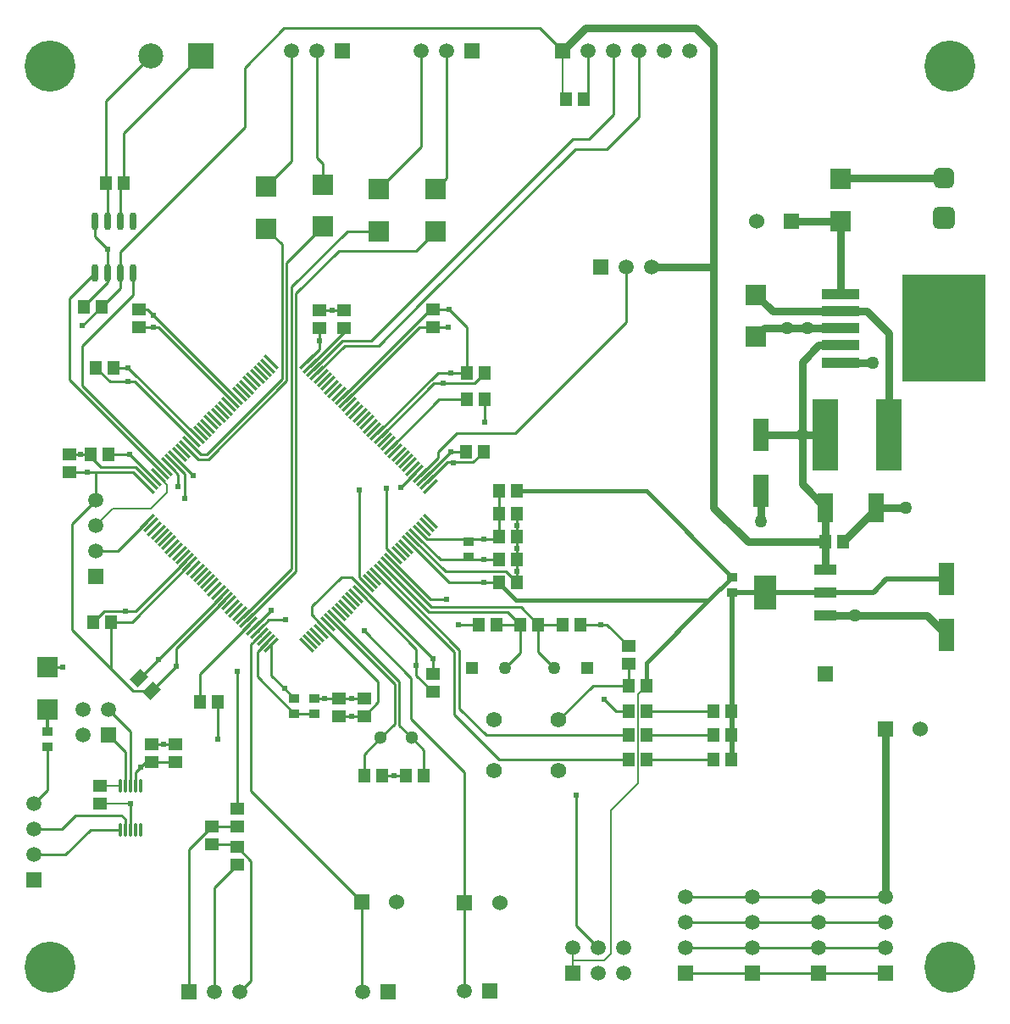
<source format=gtl>
G04*
G04 #@! TF.GenerationSoftware,Altium Limited,Altium Designer,18.1.9 (240)*
G04*
G04 Layer_Physical_Order=1*
G04 Layer_Color=255*
%FSLAX25Y25*%
%MOIN*%
G70*
G01*
G75*
%ADD15C,0.01000*%
%ADD16C,0.00800*%
%ADD21R,0.04567X0.05787*%
%ADD22R,0.05787X0.04567*%
%ADD23R,0.03858X0.03661*%
%ADD24O,0.02756X0.07087*%
%ADD25O,0.01102X0.05512*%
%ADD26R,0.07874X0.07874*%
G04:AMPARAMS|DCode=27|XSize=45.67mil|YSize=57.87mil|CornerRadius=0mil|HoleSize=0mil|Usage=FLASHONLY|Rotation=135.000|XOffset=0mil|YOffset=0mil|HoleType=Round|Shape=Rectangle|*
%AMROTATEDRECTD27*
4,1,4,0.03661,0.00432,-0.00432,-0.03661,-0.03661,-0.00432,0.00432,0.03661,0.03661,0.00432,0.0*
%
%ADD27ROTATEDRECTD27*%

%ADD28R,0.09843X0.28347*%
%ADD29R,0.05906X0.11811*%
%ADD30R,0.05000X0.05000*%
G04:AMPARAMS|DCode=31|XSize=10mil|YSize=70.87mil|CornerRadius=0mil|HoleSize=0mil|Usage=FLASHONLY|Rotation=225.000|XOffset=0mil|YOffset=0mil|HoleType=Round|Shape=Rectangle|*
%AMROTATEDRECTD31*
4,1,4,-0.02152,0.02859,0.02859,-0.02152,0.02152,-0.02859,-0.02859,0.02152,-0.02152,0.02859,0.0*
%
%ADD31ROTATEDRECTD31*%

G04:AMPARAMS|DCode=32|XSize=10mil|YSize=70.87mil|CornerRadius=0mil|HoleSize=0mil|Usage=FLASHONLY|Rotation=135.000|XOffset=0mil|YOffset=0mil|HoleType=Round|Shape=Rectangle|*
%AMROTATEDRECTD32*
4,1,4,0.02859,0.02152,-0.02152,-0.02859,-0.02859,-0.02152,0.02152,0.02859,0.02859,0.02152,0.0*
%
%ADD32ROTATEDRECTD32*%

%ADD33R,0.33071X0.41929*%
%ADD34R,0.14961X0.04134*%
%ADD35R,0.05906X0.12598*%
%ADD36R,0.08661X0.03937*%
%ADD37R,0.08661X0.13780*%
%ADD69C,0.03000*%
%ADD70C,0.01500*%
%ADD71C,0.02000*%
%ADD72C,0.01200*%
%ADD73R,0.05906X0.05906*%
%ADD74C,0.05906*%
%ADD75R,0.05906X0.05906*%
%ADD76C,0.06000*%
%ADD77R,0.06000X0.06000*%
%ADD78C,0.05118*%
%ADD79C,0.06200*%
%ADD80C,0.05000*%
%ADD81R,0.09843X0.09843*%
%ADD82C,0.09843*%
G04:AMPARAMS|DCode=83|XSize=86.61mil|YSize=86.61mil|CornerRadius=21.65mil|HoleSize=0mil|Usage=FLASHONLY|Rotation=90.000|XOffset=0mil|YOffset=0mil|HoleType=Round|Shape=RoundedRectangle|*
%AMROUNDEDRECTD83*
21,1,0.08661,0.04331,0,0,90.0*
21,1,0.04331,0.08661,0,0,90.0*
1,1,0.04331,0.02165,0.02165*
1,1,0.04331,0.02165,-0.02165*
1,1,0.04331,-0.02165,-0.02165*
1,1,0.04331,-0.02165,0.02165*
%
%ADD83ROUNDEDRECTD83*%
G04:AMPARAMS|DCode=84|XSize=78.74mil|YSize=78.74mil|CornerRadius=19.68mil|HoleSize=0mil|Usage=FLASHONLY|Rotation=90.000|XOffset=0mil|YOffset=0mil|HoleType=Round|Shape=RoundedRectangle|*
%AMROUNDEDRECTD84*
21,1,0.07874,0.03937,0,0,90.0*
21,1,0.03937,0.07874,0,0,90.0*
1,1,0.03937,0.01968,0.01968*
1,1,0.03937,0.01968,-0.01968*
1,1,0.03937,-0.01968,-0.01968*
1,1,0.03937,-0.01968,0.01968*
%
%ADD84ROUNDEDRECTD84*%
%ADD85C,0.02400*%
%ADD86C,0.20079*%
D15*
X162000Y117500D02*
X183000Y96500D01*
Y45000D02*
Y96500D01*
X99000Y89220D02*
X142610Y45610D01*
X142500Y10221D02*
X142720Y10000D01*
X142500Y10221D02*
Y45500D01*
X183000Y10500D02*
Y45000D01*
X99000Y89220D02*
Y146742D01*
X227000Y36000D02*
Y87500D01*
X99012Y14512D02*
Y61496D01*
X94500Y10000D02*
X99012Y14512D01*
X83500Y75000D02*
X94492D01*
X74500Y10000D02*
Y66008D01*
X83492Y75000D01*
X94000Y59492D02*
X94500Y59992D01*
X84500Y50992D02*
X93500Y59992D01*
X84500Y10000D02*
Y50992D01*
X133500Y118496D02*
X143500D01*
X93508Y67000D02*
X99012Y61496D01*
X254504Y120500D02*
X280996D01*
X280996Y120500D01*
X254504Y101500D02*
X280996D01*
X280996Y101500D01*
X254504Y111000D02*
X280996D01*
X280996Y111000D01*
X115013Y336781D02*
Y353500D01*
X115000Y353513D02*
X115013Y353500D01*
X115000Y353513D02*
Y380000D01*
X125013Y337987D02*
Y347500D01*
X125000Y347513D02*
X125013Y347500D01*
X125000Y347513D02*
Y380000D01*
X166000Y342434D02*
Y352000D01*
X166000Y352000D02*
X166000Y352000D01*
X166000Y352000D02*
Y380000D01*
X176000Y330268D02*
Y354500D01*
X176000Y354500D02*
X176000Y354500D01*
X176000Y354500D02*
Y380000D01*
X111996Y388996D02*
X212504D01*
X47500Y301000D02*
X96500Y350000D01*
Y373500D01*
X111996Y388996D01*
X47500Y292764D02*
Y301000D01*
X212504Y388996D02*
X221500Y380000D01*
X49004Y328000D02*
Y347819D01*
X79185Y378000D01*
X41996Y328000D02*
Y360496D01*
X59500Y378000D01*
X231500Y361000D02*
Y380000D01*
X203504Y189000D02*
Y198000D01*
X176132Y218306D02*
X186318D01*
X203504Y180000D02*
Y189000D01*
X35988Y220512D02*
Y221508D01*
X133500Y125504D02*
X143500D01*
X60000Y107504D02*
X69335D01*
X19000Y137768D02*
X24768D01*
X13500Y64000D02*
X26004D01*
X35842Y73839D01*
X47563D01*
X30000Y79500D02*
X48000D01*
X49531Y77969D01*
Y73839D02*
Y77969D01*
X24500Y74000D02*
X30000Y79500D01*
X13500Y74000D02*
X24500D01*
X13500Y84000D02*
X19000Y89500D01*
Y106468D01*
X225676Y345500D02*
X232000D01*
X241500Y355000D02*
Y380000D01*
X232000Y345500D02*
X241500Y355000D01*
X166306Y281326D02*
X226480Y341500D01*
X251500Y354000D02*
Y380000D01*
X239000Y341500D02*
X251500Y354000D01*
X226480Y341500D02*
X239000D01*
X123000Y158000D02*
X123064D01*
X127797Y153268D01*
X123000Y158000D02*
Y161703D01*
X134484Y173187D01*
X138500D01*
X143108Y168579D01*
X227000Y36000D02*
X235500Y27500D01*
X191004Y234004D02*
Y243000D01*
X322333Y47500D02*
X348500D01*
X49531Y91161D02*
Y104469D01*
X51500Y91161D02*
Y112500D01*
X55451Y98451D02*
X57496Y100496D01*
X53469Y96469D02*
X55451Y98451D01*
X32653Y272000D02*
X40146Y279492D01*
Y279500D01*
X59955Y128545D02*
X69504Y138093D01*
X59950Y128539D02*
X59955Y128545D01*
X69504Y138093D02*
Y145085D01*
X52461Y128539D02*
X59950D01*
X55000Y133500D02*
X55136D01*
X174500Y249306D02*
X186818D01*
X170942D02*
X174500D01*
X203504Y175557D02*
Y180000D01*
Y171114D02*
Y175557D01*
X130750Y278004D02*
X135500D01*
X126000D02*
X130750D01*
X60500Y276242D02*
X92998Y243744D01*
X58238Y278504D02*
X60500Y276242D01*
X32000Y221508D02*
X35988D01*
X27500D02*
X32000D01*
X164000Y138500D02*
Y144903D01*
Y134488D02*
Y138500D01*
X155248Y95000D02*
X159996D01*
X150500D02*
X155248D01*
X55136Y133500D02*
X62496Y140860D01*
X49500Y159694D02*
X53490D01*
X41182D02*
X49500D01*
X44004Y136996D02*
X52461Y128539D01*
X28500Y152500D02*
X44004Y136996D01*
X28500Y152500D02*
Y194000D01*
X38000Y203500D01*
X44004Y136996D02*
Y155500D01*
X143108Y168579D02*
X170500Y141187D01*
Y135004D02*
Y141187D01*
X169458Y164500D02*
X176000D01*
X50500Y250000D02*
X53335D01*
X43481D02*
X50500D01*
X170500Y278504D02*
X176996D01*
X183996Y253500D02*
Y271504D01*
X176996Y278504D02*
X183996Y271504D01*
X38000Y214500D02*
X52645D01*
X34500D02*
X38000D01*
Y203500D02*
Y214500D01*
X146176Y266000D02*
X225676Y345500D01*
X246500Y295000D02*
Y296000D01*
Y273500D02*
Y295000D01*
X162000Y117500D02*
Y133492D01*
X143492Y152000D02*
X162000Y133492D01*
X179000Y119000D02*
Y143822D01*
X181000Y121468D02*
Y144606D01*
X148676Y174147D02*
X179000Y143822D01*
X150068Y175539D02*
X181000Y144606D01*
X131973Y157443D02*
X157198Y132218D01*
X130581Y156051D02*
X155398Y131234D01*
X143492Y103595D02*
X149898Y110000D01*
X164000Y134488D02*
X170492Y127996D01*
X141716Y167187D02*
X164000Y144903D01*
X179784Y229824D02*
X202824D01*
X172500Y222540D02*
X179784Y229824D01*
X172500Y220242D02*
Y222540D01*
X202824Y229824D02*
X246500Y273500D01*
X165379Y213121D02*
X172500Y220242D01*
X196496Y198000D02*
Y207000D01*
Y189000D02*
Y198000D01*
X238000Y125000D02*
X242500Y120500D01*
X247496D01*
X191469Y111000D02*
X247496D01*
X181000Y121468D02*
X191469Y111000D01*
X239000Y154500D02*
X247496Y146004D01*
X236500Y154500D02*
X239000D01*
X247496Y130500D02*
Y138996D01*
X220000Y116969D02*
X233531Y130500D01*
X247496D01*
X143492Y95000D02*
Y103595D01*
X167004Y95000D02*
Y105098D01*
X162102Y110000D02*
X167004Y105098D01*
X155398Y115500D02*
Y131234D01*
X149898Y110000D02*
X155398Y115500D01*
X157198Y114905D02*
Y132218D01*
Y114905D02*
X162102Y110000D01*
X170492Y127996D02*
X170500D01*
X116678Y175555D02*
Y284678D01*
X97174Y156051D02*
X116678Y175555D01*
X163768Y301500D02*
X171500Y309232D01*
X133500Y301500D02*
X163768D01*
X116678Y284678D02*
X133500Y301500D01*
X114800Y176461D02*
Y287300D01*
X95782Y157443D02*
X114800Y176461D01*
Y287300D02*
X136732Y309232D01*
X149333D01*
X171500Y325768D02*
X176000Y330268D01*
X149333Y325768D02*
X166000Y342434D01*
X105000Y326768D02*
X115013Y336781D01*
X125013Y337987D02*
X127167Y335833D01*
Y327500D02*
Y335833D01*
X105000Y310232D02*
X111200Y304032D01*
Y251218D02*
Y304032D01*
X113000Y250472D02*
Y296798D01*
X127167Y310965D01*
X81490Y221508D02*
X111200Y251218D01*
X79044Y221508D02*
X81490D01*
X74903Y225648D02*
X79044Y221508D01*
X73511Y224256D02*
X78268Y219500D01*
X82028D01*
X113000Y250472D01*
X179000Y119000D02*
X196500Y101500D01*
X247496D01*
X51500Y73839D02*
Y84000D01*
X51496Y83996D02*
X51500Y84000D01*
X60000Y100496D02*
X69335D01*
X57496D02*
X60000D01*
X69335D02*
X69742D01*
X78996Y135090D02*
X98566Y154659D01*
X78996Y123988D02*
Y135090D01*
X86004Y109504D02*
Y123988D01*
X93500Y82000D02*
Y136000D01*
X83492Y75000D02*
X83500D01*
X93500Y67000D02*
X93508D01*
X92508Y67992D02*
X93500Y67000D01*
X83500Y67992D02*
X92508D01*
X94492Y75000D02*
X94500Y74992D01*
X166306Y281306D02*
Y281326D01*
X149200Y264200D02*
X166306Y281306D01*
X135726Y264200D02*
X149200D01*
X172987Y243000D02*
X183996D01*
X154244Y224256D02*
X172987Y243000D01*
X154244Y179714D02*
X169458Y164500D01*
X134742Y266000D02*
X146176D01*
X141500Y172971D02*
Y207500D01*
Y172971D02*
X144500Y169971D01*
X152121Y184621D02*
Y208000D01*
Y184621D02*
X155635Y181106D01*
X38000Y183500D02*
X46674D01*
X58200Y195026D01*
X101350Y151875D02*
X105974Y156500D01*
X112500D01*
X99958Y153268D02*
X106918Y160227D01*
X322333Y17500D02*
X348500D01*
X296167D02*
X322333D01*
X270000D02*
X296167D01*
X322333Y27500D02*
X348500D01*
X296167D02*
X322333D01*
X270000D02*
X296167D01*
X322333Y37500D02*
X348500D01*
X296167D02*
X322333D01*
X270000D02*
X296167D01*
Y47500D02*
X322333D01*
X270000D02*
X296167D01*
X43000Y111000D02*
X49531Y104469D01*
X43000Y121000D02*
X51500Y112500D01*
X73000Y204000D02*
Y213632D01*
X67943Y218689D02*
X73000Y213632D01*
X70348Y208848D02*
Y213500D01*
X66551Y217297D02*
X70348Y213500D01*
X69335Y220081D02*
X76295Y213121D01*
X176771Y171106D02*
X190500D01*
X175361Y175300D02*
X199318D01*
X190500Y180000D02*
X196496D01*
X173445D02*
X190500D01*
Y188000D02*
X195496D01*
X168229D02*
X190500D01*
X53469Y91161D02*
Y96469D01*
X42500Y292764D02*
Y302000D01*
X37500Y307000D02*
X42500Y302000D01*
X37500Y307000D02*
Y313236D01*
X41996Y328000D02*
X42500Y327496D01*
Y313236D02*
Y327496D01*
X47500Y326496D02*
X49004Y328000D01*
X47500Y313236D02*
Y326496D01*
X101500Y133968D02*
X116000Y119468D01*
X101500Y133968D02*
Y143674D01*
X105526Y147700D01*
X52500Y283996D02*
Y292764D01*
X32500Y263996D02*
X52500Y283996D01*
X32500Y248564D02*
Y263996D01*
Y248564D02*
X65159Y215905D01*
X37996Y255485D02*
Y255492D01*
X177500Y253500D02*
X183996D01*
X172352D02*
X177500D01*
X190500Y171106D02*
X196496D01*
X126000Y266000D02*
Y270996D01*
Y262826D02*
Y266000D01*
X60500Y271496D02*
X62462D01*
X55000D02*
X60500D01*
X27500Y214500D02*
X34500D01*
X112031Y129500D02*
X116000Y125531D01*
X106918Y134614D02*
X112031Y129500D01*
X53335Y250000D02*
X76295Y227040D01*
X37996Y255485D02*
X43481Y250000D01*
X40146Y279500D02*
X47500Y286854D01*
Y292764D01*
X33138Y279500D02*
Y279638D01*
X42500Y289000D01*
Y292764D01*
X27500Y282764D02*
X37500Y292764D01*
X27500Y250780D02*
Y282764D01*
Y250780D02*
X63767Y214513D01*
X158000Y208526D02*
X163987Y214513D01*
X212004Y154500D02*
Y154508D01*
X205212Y161300D02*
X212004Y154508D01*
X125013Y253487D02*
X135726Y264200D01*
X123621Y254879D02*
X134742Y266000D01*
X143500Y118496D02*
X143508D01*
X149000Y123988D01*
Y132064D01*
X127797Y153268D02*
X149000Y132064D01*
X128000Y125504D02*
X133500D01*
X124028D02*
X128000D01*
X62496Y140860D02*
X87430Y165795D01*
X69504Y145085D02*
X88822Y164403D01*
X36996Y155500D02*
Y155508D01*
X41182Y159694D01*
X53490D02*
X73511Y179714D01*
X44004Y155500D02*
X52081D01*
X74903Y178322D01*
X99000Y146742D02*
X102742Y150484D01*
X186818Y249306D02*
X191004Y253492D01*
X106918Y134614D02*
Y146308D01*
X116000Y119468D02*
X124000D01*
Y125531D02*
X124028Y125504D01*
X170500Y271496D02*
X176500D01*
X228504Y154500D02*
X236500D01*
X180500D02*
X188492D01*
X203504Y171106D02*
Y171114D01*
X199318Y175300D02*
X203504Y171114D01*
X162595Y188066D02*
X175361Y175300D01*
X161203Y186674D02*
X176771Y171106D01*
X195496Y188000D02*
X196496Y189000D01*
X165379Y190850D02*
X168229Y188000D01*
X163987Y189458D02*
X173445Y180000D01*
X186318Y218306D02*
X190504Y222492D01*
X168163Y210337D02*
X176132Y218306D01*
X190504Y222492D02*
Y222500D01*
X177542D02*
X183496D01*
X166771Y211729D02*
X177542Y222500D01*
X191004Y253492D02*
Y253500D01*
X150068Y228432D02*
X170942Y249306D01*
X148676Y229824D02*
X172352Y253500D01*
X165293Y271496D02*
X170500D01*
X136148Y242352D02*
X165293Y271496D01*
X134756Y243744D02*
X169517Y278504D01*
X120837Y257663D02*
X126000Y262826D01*
X135500Y269542D02*
Y270996D01*
X122229Y256271D02*
X135500Y269542D01*
X55000Y278504D02*
X58238D01*
X45004Y255492D02*
X50627D01*
X77687Y228432D01*
X62462Y271496D02*
X91606Y242352D01*
X35988Y220512D02*
X40000Y216500D01*
X53429D01*
X59592Y210337D01*
X51213Y221500D02*
X60984Y211729D01*
X43004Y221500D02*
X51213D01*
X52645Y214500D02*
X58200Y208945D01*
X169874Y161300D02*
X205212D01*
X152852Y178322D02*
X169874Y161300D01*
X199996Y159500D02*
X204996Y154500D01*
X168890Y159500D02*
X199996D01*
X151460Y176930D02*
X168890Y159500D01*
X212004Y143709D02*
X218213Y137500D01*
X212004Y143709D02*
Y154500D01*
X199000Y137500D02*
X204996Y143496D01*
Y154500D01*
X195500D02*
X204996D01*
X212004D02*
X221496D01*
D16*
X240500Y25000D02*
Y81500D01*
X251021Y92020D01*
X221500Y361996D02*
X222496Y361000D01*
X221500Y361996D02*
Y380000D01*
X238000Y22500D02*
X240500Y25000D01*
X225500Y22500D02*
X238000D01*
X225500D02*
Y27500D01*
Y17500D02*
Y22500D01*
X251021Y92020D02*
Y127016D01*
X254504Y130500D01*
X39500Y83996D02*
X51496D01*
X47405Y91004D02*
X47563Y91161D01*
X39500Y91004D02*
X47405D01*
X66000Y206500D02*
Y209496D01*
X59500Y200000D02*
X66000Y206500D01*
X44500Y200000D02*
X59500D01*
X62375Y213121D02*
X66000Y209496D01*
X38000Y193500D02*
X44500Y200000D01*
D21*
X196496Y207000D02*
D03*
X203504D02*
D03*
Y198000D02*
D03*
X196496D02*
D03*
X254504Y130500D02*
D03*
X247496D02*
D03*
X150500Y95000D02*
D03*
X143492D02*
D03*
X159996D02*
D03*
X167004D02*
D03*
X254504Y120500D02*
D03*
X247496D02*
D03*
X280996Y120500D02*
D03*
X288004D02*
D03*
X254504Y111000D02*
D03*
X247496D02*
D03*
X280996Y111000D02*
D03*
X288004D02*
D03*
X280996Y101500D02*
D03*
X288004D02*
D03*
X254504Y101500D02*
D03*
X247496D02*
D03*
X183496Y222500D02*
D03*
X190504D02*
D03*
X191004Y243000D02*
D03*
X183996D02*
D03*
X44004Y155500D02*
D03*
X36996D02*
D03*
X78996Y123988D02*
D03*
X86004D02*
D03*
X40146Y279500D02*
D03*
X33138D02*
D03*
X37996Y255492D02*
D03*
X45004D02*
D03*
X203504Y180000D02*
D03*
X196496D02*
D03*
X203504Y189000D02*
D03*
X196496D02*
D03*
Y171106D02*
D03*
X203504D02*
D03*
X43004Y221500D02*
D03*
X35996D02*
D03*
X332004Y187000D02*
D03*
X324996D02*
D03*
X188492Y154500D02*
D03*
X195500D02*
D03*
X212004D02*
D03*
X204996D02*
D03*
X228504D02*
D03*
X221496D02*
D03*
X222996Y361000D02*
D03*
X230004D02*
D03*
X41996Y328000D02*
D03*
X49004D02*
D03*
X191004Y253500D02*
D03*
X183996D02*
D03*
D22*
X69335Y100496D02*
D03*
Y107504D02*
D03*
X60000Y100496D02*
D03*
Y107504D02*
D03*
X39500Y91004D02*
D03*
Y83996D02*
D03*
X143500Y125504D02*
D03*
Y118496D02*
D03*
X170500Y135004D02*
D03*
Y127996D02*
D03*
X133500Y118496D02*
D03*
Y125504D02*
D03*
X126000Y270996D02*
D03*
Y278004D02*
D03*
X135500Y270996D02*
D03*
Y278004D02*
D03*
X27500Y214500D02*
D03*
Y221508D02*
D03*
X93500Y82000D02*
D03*
Y74992D02*
D03*
Y59992D02*
D03*
Y67000D02*
D03*
X83500Y75000D02*
D03*
Y67992D02*
D03*
X247496Y138996D02*
D03*
Y146004D02*
D03*
X170500Y271496D02*
D03*
Y278504D02*
D03*
X55000D02*
D03*
Y271496D02*
D03*
D23*
X184500Y187031D02*
D03*
Y180968D02*
D03*
X19000Y106468D02*
D03*
Y112531D02*
D03*
X124000Y125531D02*
D03*
Y119468D02*
D03*
X116000Y125531D02*
D03*
Y119468D02*
D03*
X288218Y167187D02*
D03*
Y173250D02*
D03*
D24*
X52500Y313236D02*
D03*
X47500D02*
D03*
X42500D02*
D03*
X37500D02*
D03*
X52500Y292764D02*
D03*
X47500D02*
D03*
X42500D02*
D03*
X37500D02*
D03*
D25*
X47563Y91161D02*
D03*
X49531D02*
D03*
X51500D02*
D03*
X53469D02*
D03*
X55437D02*
D03*
Y73839D02*
D03*
X53469D02*
D03*
X51500D02*
D03*
X49531D02*
D03*
X47563D02*
D03*
D26*
X19000Y137768D02*
D03*
Y121232D02*
D03*
X297500Y284268D02*
D03*
Y267732D02*
D03*
X331000Y313232D02*
D03*
Y329768D02*
D03*
X149333Y325768D02*
D03*
Y309232D02*
D03*
X171500Y325768D02*
D03*
Y309232D02*
D03*
X105000Y326768D02*
D03*
Y310232D02*
D03*
X127167Y327500D02*
D03*
Y310965D02*
D03*
D27*
X59955Y128545D02*
D03*
X55000Y133500D02*
D03*
D28*
X350000Y229000D02*
D03*
X325000D02*
D03*
D29*
Y200500D02*
D03*
X345000D02*
D03*
D30*
X231244Y137500D02*
D03*
X185969D02*
D03*
D31*
X120837Y146308D02*
D03*
X122229Y147700D02*
D03*
X123621Y149092D02*
D03*
X125013Y150484D02*
D03*
X126405Y151875D02*
D03*
X127797Y153268D02*
D03*
X129189Y154659D02*
D03*
X130581Y156051D02*
D03*
X131973Y157443D02*
D03*
X133364Y158835D02*
D03*
X134756Y160227D02*
D03*
X136148Y161619D02*
D03*
X137540Y163011D02*
D03*
X138932Y164403D02*
D03*
X140324Y165795D02*
D03*
X141716Y167187D02*
D03*
X143108Y168579D02*
D03*
X144500Y169971D02*
D03*
X145892Y171363D02*
D03*
X147284Y172755D02*
D03*
X148676Y174147D02*
D03*
X150068Y175539D02*
D03*
X151460Y176930D02*
D03*
X152852Y178322D02*
D03*
X154244Y179714D02*
D03*
X155635Y181106D02*
D03*
X157027Y182498D02*
D03*
X158419Y183890D02*
D03*
X159811Y185282D02*
D03*
X161203Y186674D02*
D03*
X162595Y188066D02*
D03*
X163987Y189458D02*
D03*
X165379Y190850D02*
D03*
X166771Y192242D02*
D03*
X168163Y193634D02*
D03*
X169555Y195026D02*
D03*
X106918Y257663D02*
D03*
X105526Y256271D02*
D03*
X104134Y254879D02*
D03*
X102742Y253487D02*
D03*
X101350Y252095D02*
D03*
X99958Y250703D02*
D03*
X98566Y249311D02*
D03*
X97174Y247919D02*
D03*
X95782Y246528D02*
D03*
X94390Y245135D02*
D03*
X92998Y243744D02*
D03*
X91606Y242352D02*
D03*
X90214Y240960D02*
D03*
X88822Y239568D02*
D03*
X87430Y238176D02*
D03*
X86039Y236784D02*
D03*
X84647Y235392D02*
D03*
X83255Y234000D02*
D03*
X81863Y232608D02*
D03*
X80471Y231216D02*
D03*
X79079Y229824D02*
D03*
X77687Y228432D02*
D03*
X76295Y227040D02*
D03*
X74903Y225648D02*
D03*
X73511Y224256D02*
D03*
X72119Y222865D02*
D03*
X70727Y221473D02*
D03*
X69335Y220081D02*
D03*
X67943Y218689D02*
D03*
X66551Y217297D02*
D03*
X65159Y215905D02*
D03*
X63767Y214513D02*
D03*
X62375Y213121D02*
D03*
X60984Y211729D02*
D03*
X59592Y210337D02*
D03*
X58200Y208945D02*
D03*
D32*
X169555Y208945D02*
D03*
X168163Y210337D02*
D03*
X166771Y211729D02*
D03*
X165379Y213121D02*
D03*
X163987Y214513D02*
D03*
X162595Y215905D02*
D03*
X161203Y217297D02*
D03*
X159811Y218689D02*
D03*
X158419Y220081D02*
D03*
X157027Y221473D02*
D03*
X155635Y222865D02*
D03*
X154244Y224256D02*
D03*
X152852Y225648D02*
D03*
X151460Y227040D02*
D03*
X150068Y228432D02*
D03*
X148676Y229824D02*
D03*
X147284Y231216D02*
D03*
X145892Y232608D02*
D03*
X144500Y234000D02*
D03*
X143108Y235392D02*
D03*
X141716Y236784D02*
D03*
X140324Y238176D02*
D03*
X138932Y239568D02*
D03*
X137540Y240960D02*
D03*
X136148Y242352D02*
D03*
X134756Y243744D02*
D03*
X133364Y245135D02*
D03*
X131973Y246528D02*
D03*
X130581Y247919D02*
D03*
X129189Y249311D02*
D03*
X127797Y250703D02*
D03*
X126405Y252095D02*
D03*
X125013Y253487D02*
D03*
X123621Y254879D02*
D03*
X122229Y256271D02*
D03*
X120837Y257663D02*
D03*
X58200Y195026D02*
D03*
X59592Y193634D02*
D03*
X60984Y192242D02*
D03*
X62375Y190850D02*
D03*
X63767Y189458D02*
D03*
X65159Y188066D02*
D03*
X66551Y186674D02*
D03*
X67943Y185282D02*
D03*
X69335Y183890D02*
D03*
X70727Y182498D02*
D03*
X72119Y181106D02*
D03*
X73511Y179714D02*
D03*
X74903Y178322D02*
D03*
X76295Y176930D02*
D03*
X77687Y175539D02*
D03*
X79079Y174147D02*
D03*
X80471Y172755D02*
D03*
X81863Y171363D02*
D03*
X83255Y169971D02*
D03*
X84647Y168579D02*
D03*
X86039Y167187D02*
D03*
X87430Y165795D02*
D03*
X88822Y164403D02*
D03*
X90214Y163011D02*
D03*
X91606Y161619D02*
D03*
X92998Y160227D02*
D03*
X94390Y158835D02*
D03*
X95782Y157443D02*
D03*
X97174Y156051D02*
D03*
X98566Y154659D02*
D03*
X99958Y153268D02*
D03*
X101350Y151875D02*
D03*
X102742Y150484D02*
D03*
X104134Y149092D02*
D03*
X105526Y147700D02*
D03*
X106918Y146308D02*
D03*
D33*
X371500Y271000D02*
D03*
D34*
X330949Y257614D02*
D03*
X330949Y264307D02*
D03*
Y271000D02*
D03*
Y277693D02*
D03*
Y284386D02*
D03*
D35*
X299500Y206976D02*
D03*
Y229000D02*
D03*
X372500Y150476D02*
D03*
Y172500D02*
D03*
D36*
X324811Y158132D02*
D03*
Y167187D02*
D03*
Y176242D02*
D03*
D37*
X301189Y167187D02*
D03*
D69*
X348500Y47500D02*
Y113500D01*
X348500Y113500D02*
X348500Y113500D01*
X325000Y176431D02*
Y200500D01*
X230496Y388996D02*
X274000D01*
X281000Y295000D02*
Y381996D01*
X274000Y388996D02*
X281000Y381996D01*
X221500Y380000D02*
X230496Y388996D01*
X281000Y200500D02*
Y295000D01*
X256500D02*
X281000D01*
Y200500D02*
X294500Y187000D01*
X348500Y47500D02*
X348500Y47500D01*
X294500Y187000D02*
X324996D01*
X315807Y229000D02*
Y257807D01*
X322307Y264307D01*
X330949D01*
X364845Y158132D02*
X372500Y150476D01*
X336368Y158132D02*
X364845D01*
X311500Y313000D02*
X311732Y313232D01*
X331000D01*
X318000Y271000D02*
X330949D01*
X310000D02*
X318000D01*
X300768D02*
X310000D01*
X345000Y199996D02*
Y200500D01*
X332004Y187000D02*
X345000Y199996D01*
X324811Y158132D02*
X336368D01*
X324811Y176242D02*
X325000Y176431D01*
X299500Y195026D02*
Y206976D01*
X345000Y200500D02*
X356500D01*
X330949Y257614D02*
X343386D01*
X331000Y329768D02*
X331323Y330090D01*
X371500D01*
X330949Y313181D02*
X331000Y313232D01*
X330949Y284386D02*
Y313181D01*
X315807Y229000D02*
X325000D01*
X299500D02*
X315807D01*
Y209693D02*
Y229000D01*
Y209693D02*
X325000Y200500D01*
X325000Y229000D02*
X325000Y229000D01*
X350000D02*
Y269000D01*
X341307Y277693D02*
X350000Y269000D01*
X330949Y277693D02*
X341307D01*
X297500Y267732D02*
X300768Y271000D01*
X297500Y284268D02*
X304075Y277693D01*
X330949D01*
D70*
X254468Y207000D02*
X288218Y173250D01*
X203504Y207000D02*
X254468D01*
X196496Y170745D02*
X203209Y164032D01*
X196496Y170745D02*
Y171106D01*
X203209Y164032D02*
X279000D01*
X288218Y173250D01*
X254504Y139535D02*
X279000Y164032D01*
X254504Y130500D02*
Y139535D01*
D71*
X288218Y101714D02*
Y167187D01*
X288004Y101500D02*
X288218Y101714D01*
X349000Y172500D02*
X372500D01*
X343687Y167187D02*
X349000Y172500D01*
X324811Y167187D02*
X343687D01*
X301189D02*
X324811D01*
X288218D02*
X301189D01*
D72*
X19000Y112531D02*
Y121232D01*
D73*
X13500Y54000D02*
D03*
X38000Y173500D02*
D03*
X43000Y111000D02*
D03*
X348500Y17500D02*
D03*
X322333D02*
D03*
X296167D02*
D03*
X270000D02*
D03*
D74*
X13500Y64000D02*
D03*
Y74000D02*
D03*
Y84000D02*
D03*
X38000Y183500D02*
D03*
Y193500D02*
D03*
Y203500D02*
D03*
X33000Y111000D02*
D03*
X43000Y121000D02*
D03*
X33000D02*
D03*
X183000Y10500D02*
D03*
X142720Y10000D02*
D03*
X94500D02*
D03*
X84500D02*
D03*
X246500Y295000D02*
D03*
X256500D02*
D03*
X231500Y380000D02*
D03*
X241500D02*
D03*
X251500D02*
D03*
X261500D02*
D03*
X271500D02*
D03*
X348500Y47500D02*
D03*
Y37500D02*
D03*
Y27500D02*
D03*
X322333Y47500D02*
D03*
Y37500D02*
D03*
Y27500D02*
D03*
X296167Y47500D02*
D03*
Y37500D02*
D03*
Y27500D02*
D03*
X270000Y47500D02*
D03*
Y37500D02*
D03*
Y27500D02*
D03*
X176000Y380000D02*
D03*
X166000D02*
D03*
X125000D02*
D03*
X115000D02*
D03*
X225500Y27500D02*
D03*
X235500Y17500D02*
D03*
Y27500D02*
D03*
X245500Y17500D02*
D03*
Y27500D02*
D03*
D75*
X324811Y135004D02*
D03*
X193000Y10500D02*
D03*
X152720Y10000D02*
D03*
X74500D02*
D03*
X236500Y295000D02*
D03*
X221500Y380000D02*
D03*
X186000D02*
D03*
X135000D02*
D03*
X225500Y17500D02*
D03*
D76*
X156280Y45500D02*
D03*
X196780Y45000D02*
D03*
X362280Y113500D02*
D03*
X297721Y313000D02*
D03*
D77*
X142500Y45500D02*
D03*
X183000Y45000D02*
D03*
X348500Y113500D02*
D03*
X311500Y313000D02*
D03*
D78*
X162102Y110000D02*
D03*
X149898D02*
D03*
D79*
X220000Y96969D02*
D03*
X194409D02*
D03*
X220000Y116969D02*
D03*
X194409D02*
D03*
D80*
X218213Y137500D02*
D03*
X199000D02*
D03*
X315807Y229000D02*
D03*
X336368Y158132D02*
D03*
X299500Y195026D02*
D03*
X356500Y200500D02*
D03*
X343386Y257614D02*
D03*
X310000Y271000D02*
D03*
X318000D02*
D03*
D81*
X79185Y378000D02*
D03*
D82*
X59500D02*
D03*
D83*
X371500Y314500D02*
D03*
D84*
Y330090D02*
D03*
D85*
X24768Y137768D02*
D03*
X138500Y118500D02*
D03*
X227000Y87500D02*
D03*
X191004Y234004D02*
D03*
X176996Y278504D02*
D03*
X55451Y98451D02*
D03*
X32653Y272000D02*
D03*
X69504Y138093D02*
D03*
X170500Y141187D02*
D03*
X176000Y164500D02*
D03*
X158000Y208526D02*
D03*
X143492Y152000D02*
D03*
X203500Y193500D02*
D03*
X238000Y125000D02*
D03*
X155248Y95000D02*
D03*
X164000Y138500D02*
D03*
X51500Y84000D02*
D03*
X64500Y107500D02*
D03*
X86004Y109504D02*
D03*
X141500Y207500D02*
D03*
X152121Y208000D02*
D03*
X112500Y156500D02*
D03*
X106918Y160227D02*
D03*
X73000Y204000D02*
D03*
X70348Y208848D02*
D03*
X76295Y213121D02*
D03*
X42500Y302000D02*
D03*
X51213Y221500D02*
D03*
X50500Y250000D02*
D03*
X93500Y136000D02*
D03*
X138500Y125500D02*
D03*
X34500Y214500D02*
D03*
X49500Y159694D02*
D03*
X62496Y140860D02*
D03*
X112031Y129500D02*
D03*
X128000Y125504D02*
D03*
X190500Y180000D02*
D03*
Y171106D02*
D03*
Y188000D02*
D03*
X177542Y222500D02*
D03*
X178500Y218000D02*
D03*
X174500Y249306D02*
D03*
X177500Y253500D02*
D03*
X126000Y266000D02*
D03*
X50627Y255492D02*
D03*
X60500Y276242D02*
D03*
Y271496D02*
D03*
X32000Y221508D02*
D03*
X176500Y271496D02*
D03*
X130750Y278004D02*
D03*
X180500Y154500D02*
D03*
X236500D02*
D03*
X203504Y175557D02*
D03*
X203500Y184500D02*
D03*
D86*
X374016Y19685D02*
D03*
Y374016D02*
D03*
X19685D02*
D03*
Y19685D02*
D03*
M02*

</source>
